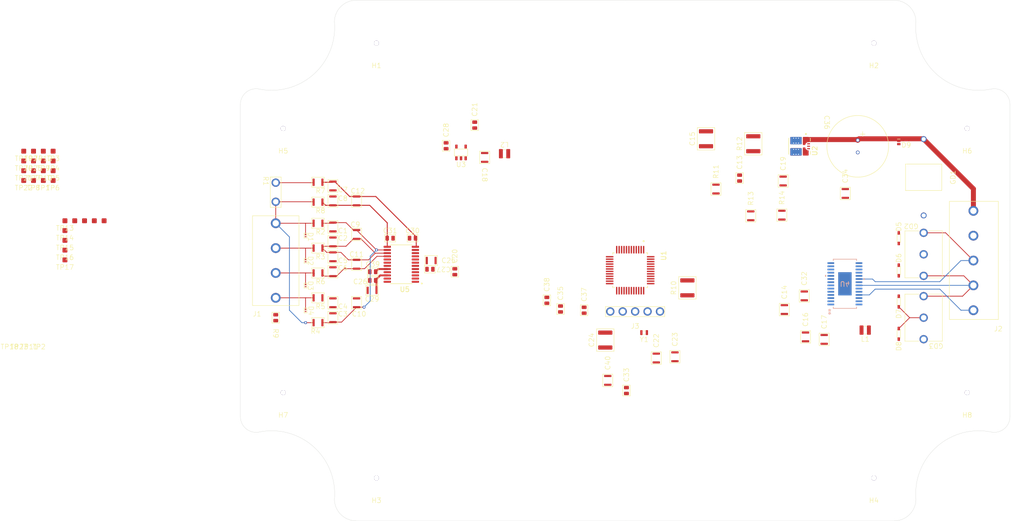
<source format=kicad_pcb>
(kicad_pcb (version 20241229) (generator "pcbnew") (generator_version "9.0")
  (layers (0 "F.Cu" signal) (2 "B.Cu" signal) (13 "F.Paste" user) (15 "B.Paste" user) (5 "F.SilkS" user "F.Silkscreen") (7 "B.SilkS" user "B.Silkscreen") (1 "F.Mask" user) (3 "B.Mask" user) (25 "Edge.Cuts" user))
  (net 0 "")
  (net 1 "DGND")
  (net 2 "/AIN5")
  (net 3 "/REFP")
  (net 4 "/REFN")
  (net 5 "12V_IN")
  (net 6 "/VCC")
  (net 7 "/CAP")
  (net 8 "/SW")
  (net 9 "/VIN")
  (net 10 "Net-(U2-VOS{slash}FB)")
  (net 11 "Net-(C20-Pad2)")
  (net 12 "Net-(C22-Pad1)")
  (net 13 "/OSC_IN")
  (net 14 "/OSC_OUT")
  (net 15 "/AVDD")
  (net 16 "Net-(U5-REGCAPD)")
  (net 17 "/VEE")
  (net 18 "Net-(C33-Pad2)")
  (net 19 "Net-(U5-REGCAPA)")
  (net 20 "/VOLT_B")
  (net 21 "/VOLT_C")
  (net 22 "/VOLT_D")
  (net 23 "/VOLT_A")
  (net 24 "/DP{slash}TX1")
  (net 25 "/RX1")
  (net 26 "Net-(D9-A2)")
  (net 27 "/AIN4")
  (net 28 "/DN")
  (net 29 "/SWCLK")
  (net 30 "/SWDIO")
  (net 31 "/NRST")
  (net 32 "/AIN0")
  (net 33 "/BOOT0")
  (net 34 "Net-(U2-EN)")
  (net 35 "/USART1_RX")
  (net 36 "/USART1_TX")
  (net 37 "/SPI1_MOSI")
  (net 38 "/SPI1_MISO")
  (net 39 "/SPI1_SCK")
  (net 41 "/PB15")
  (net 42 "/PB12")
  (net 43 "/PB13")
  (net 51 "/PA12")
  (net 52 "/SPI1_NSS")
  (net 55 "/PA8")
  (net 60 "/PB14")
  (net 67 "/PA11")
  (net 73 "/AIN7")
  (net 75 "/AIN6")
  (footprint "My_footprints:Testpoint" (layer "F.Cu") (at 43.674 101.872)
    (property "Reference" "TP2")
    (property "Value" "TestPoint")
  )
  (footprint "My_footprints:0805" (layer "F.Cu") (at 186.676 117.2305)
    (property "Reference" "C32")
    (property "Value" "1u")
  )
  (footprint "My_footprints:0201" (layer "F.Cu") (at 84.822 115.134 90)
    (property "Reference" "D3")
    (property "Value" "TVS")
  )
  (footprint "My_footprints:Testpoint" (layer "F.Cu") (at 41.674 101.872)
    (property "Reference" "TP11")
    (property "Value" "TestPoint")
  )
  (footprint "My_footprints:0603" (layer "F.Cu") (at 98.538 112.286 90)
    (property "Reference" "C39")
    (property "Value" "100n")
  )
  (footprint "My_footprints:0603" (layer "F.Cu") (at 115.302 112.286)
    (property "Reference" "C20")
    (property "Value" "100n")
  )
  (footprint "My_footprints:Radial" (layer "F.Cu") (at 197.598 86.652 -90)
    (property "Reference" "C36")
    (property "Value" "100u,Al")
  )
  (footprint "footprints:VREG_TPSM861253RDXR" (layer "F.Cu") (at 185.66 86.632 -90)
    (property "Reference" "U2")
    (property "Value" "TPSM861257")
  )
  (footprint "My_footprints:0805" (layer "F.Cu") (at 121.398 88.918 180)
    (property "Reference" "C18")
    (property "Value" "100n, 5%")
  )
  (footprint "My_footprints:Hole 0.125 inch 3.175 mm" (layer "F.Cu") (at 99.3 154.45)
    (property "Reference" "H3")
    (property "Value" "MountingHole")
  )
  (footprint "My_footprints:0805" (layer "F.Cu") (at 95.236 97.808 180)
    (property "Reference" "C12")
    (property "Value" "100n, 5%")
  )
  (footprint "My_footprints:Testpoint" (layer "F.Cu") (at 35.674 105.872)
    (property "Reference" "TP15")
    (property "Value" "TestPoint")
  )
  (footprint "footprints:SOP65P640X120-24N" (layer "F.Cu") (at 104.38 110.762 180)
    (property "Reference" "U5")
    (property "Value" "AD7124-4")
  )
  (footprint "My_footprints:0201" (layer "F.Cu") (at 84.822 104.92 90)
    (property "Reference" "D1")
    (property "Value" "TVS")
  )
  (footprint "My_footprints:0805" (layer "F.Cu") (at 95.236 118.636)
    (property "Reference" "C10")
    (property "Value" "100n, 5%")
  )
  (footprint "My_footprints:Hole 0.125 inch 3.175 mm" (layer "F.Cu") (at 200.9 65.55)
    (property "Reference" "H2")
    (property "Value" "MountingHole")
  )
  (footprint "My_footprints:Terminal 1x4" (layer "F.Cu") (at 78.726 110 90)
    (property "Reference" "J1")
    (property "Value" "Screw_Terminal_01x04")
  )
  (footprint "My_footprints:Testpoint" (layer "F.Cu") (at 29.26 89.64)
    (property "Reference" "TP25")
    (property "Value" "TestPoint")
  )
  (footprint "My_footprints:0603" (layer "F.Cu") (at 119.366 82.314)
    (property "Reference" "C21")
    (property "Value" "100n")
  )
  (footprint "My_footprints:0805" (layer "F.Cu") (at 87.362 98.062 90)
    (property "Reference" "R8")
    (property "Value" "330")
  )
  (footprint "My_footprints:Testpoint" (layer "F.Cu") (at 27.26 89.64)
    (property "Reference" "TP20")
    (property "Value" "TestPoint")
  )
  (footprint "My_footprints:0603" (layer "F.Cu") (at 113.524 86.54)
    (property "Reference" "C28")
    (property "Value" "100n")
  )
  (footprint "My_footprints:Resistor_THT" (layer "F.Cu") (at 78.726 96.03 -90)
    (property "Reference" "R1")
    (property "Value" "5k")
  )
  (footprint "My_footprints:0805" (layer "F.Cu") (at 186.93 125.6125)
    (property "Reference" "C16")
    (property "Value" "1u")
  )
  (footprint "My_footprints:Hole 0.125 inch 3.175 mm" (layer "F.Cu") (at 99.3 65.55)
    (property "Reference" "H1")
    (property "Value" "MountingHole")
  )
  (footprint "My_footprints:0805" (layer "F.Cu") (at 90.41 97.808 180)
    (property "Reference" "C8")
    (property "Value" "10n")
  )
  (footprint "My_footprints:GDT 3 pin" (layer "F.Cu") (at 211.06 108.73 90)
    (property "Reference" "GD2")
    (property "Value" "GDT_3Pin")
  )
  (footprint "My_footprints:SOD23" (layer "F.Cu") (at 205.98 112.032 -90)
    (property "Reference" "D6")
    (property "Value" "PJGBLC08C")
  )
  (footprint "My_footprints:0805" (layer "F.Cu") (at 90.41 103.142 180)
    (property "Reference" "C1")
    (property "Value" "10n")
  )
  (footprint "My_footprints:0805" (layer "F.Cu") (at 90.41 118.636)
    (property "Reference" "C4")
    (property "Value" "10n")
  )
  (footprint "My_footprints:0603" (layer "F.Cu") (at 98.538 114.064 90)
    (property "Reference" "C26")
    (property "Value" "100n")
  )
  (footprint "My_footprints:SOT-23-5" (layer "F.Cu") (at 116.572 89.102)
    (property "Reference" "U3")
    (property "Value" "S-1132B33")
  )
  (footprint "My_footprints:Testpoint" (layer "F.Cu") (at 35.674 109.872)
    (property "Reference" "TP17")
    (property "Value" "TestPoint")
  )
  (footprint "My_footprints:0603" (layer "F.Cu") (at 110.222 111.778 -90)
    (property "Reference" "C27")
    (property "Value" "100n")
  )
  (footprint "My_footprints:0603" (layer "F.Cu") (at 134.098 118.128)
    (property "Reference" "C38")
    (property "Value" "100n")
  )
  (footprint "My_footprints:0603" (layer "F.Cu") (at 106.666 105.428 90)
    (property "Reference" "C30")
    (property "Value" "100n")
  )
  (footprint "My_footprints:0805" (layer "F.Cu") (at 90.41 94.76 180)
    (property "Reference" "C7")
    (property "Value" "10n")
  )
  (footprint "My_footprints:Hole 0.125 inch 3.175 mm" (layer "F.Cu") (at 219.95 137.0002)
    (property "Reference" "H8")
    (property "Value" "MountingHole")
  )
  (footprint "My_footprints:0805" (layer "F.Cu") (at 87.362 107.46 90)
    (property "Reference" "R3")
    (property "Value" "330")
  )
  (footprint "My_footprints:0805" (layer "F.Cu") (at 156.45 129.9305)
    (property "Reference" "C22")
    (property "Value" "C")
  )
  (footprint "My_footprints:0805" (layer "F.Cu") (at 90.41 106.19 180)
    (property "Reference" "C2")
    (property "Value" "10n")
  )
  (footprint "My_footprints:Testpoint" (layer "F.Cu") (at 33.26 87.64)
    (property "Reference" "TP3")
    (property "Value" "TestPoint")
  )
  (footprint "My_footprints:0603" (layer "F.Cu") (at 150.354 136.578)
    (property "Reference" "C33")
    (property "Value" "100n")
  )
  (footprint "My_footprints:0603" (layer "F.Cu") (at 136.892 119.906)
    (property "Reference" "C35")
    (property "Value" "100n")
  )
  (footprint "My_footprints:0805" (layer "F.Cu") (at 87.362 117.62 90)
    (property "Reference" "R5")
    (property "Value" "330")
  )
  (footprint "My_footprints:0805" (layer "F.Cu") (at 87.362 93.998 90)
    (property "Reference" "R7")
    (property "Value" "330")
  )
  (footprint "My_footprints:Hole 0.125 inch 3.175 mm" (layer "F.Cu") (at 80.25 82.9998)
    (property "Reference" "H5")
    (property "Value" "MountingHole")
  )
  (footprint "My_footprints:Testpoint" (layer "F.Cu") (at 33.26 93.64)
    (property "Reference" "TP6")
    (property "Value" "TestPoint")
  )
  (footprint "My_footprints:0805" (layer "F.Cu") (at 98.4025 116.096 90)
    (property "Reference" "C29")
    (property "Value" "1u,Ta")
  )
  (footprint "My_footprints:0805" (layer "F.Cu") (at 90.41 109.238 180)
    (property "Reference" "C5")
    (property "Value" "10n")
  )
  (footprint "My_footprints:Testpoint" (layer "F.Cu") (at 29.26 93.64)
    (property "Reference" "TP8")
    (property "Value" "TestPoint")
  )
  (footprint "My_footprints:0805" (layer "F.Cu") (at 190.74 126.1205)
    (property "Reference" "C17")
    (property "Value" "220n")
  )
  (footprint "My_footprints:Hole 0.125 inch 3.175 mm" (layer "F.Cu") (at 200.9 154.45)
    (property "Reference" "H4")
    (property "Value" "MountingHole")
  )
  (footprint "My_footprints:0603" (layer "F.Cu") (at 173.468 93.144)
    (property "Reference" "C13")
    (property "Value" "100n")
  )
  (footprint "My_footprints:0201" (layer "F.Cu") (at 84.822 120.214 90)
    (property "Reference" "D4")
    (property "Value" "TVS")
  )
  (footprint "My_footprints:0805" (layer "F.Cu") (at 160.26 129.6765)
    (property "Reference" "C23")
    (property "Value" "C")
  )
  (footprint "My_footprints:GDT 3 pin" (layer "F.Cu") (at 211.06 121.684 90)
    (property "Reference" "GD3")
    (property "Value" "GDT_3Pin")
  )
  (footprint "My_footprints:0201" (layer "F.Cu") (at 84.822 110.054 90)
    (property "Reference" "D2")
    (property "Value" "TVS")
  )
  (footprint "My_footprints:GDT 2 pin" (layer "F.Cu") (at 211.06 92.982 90)
    (property "Reference" "GD1")
    (property "Value" "2049-23")
  )
  (footprint "My_footprints:Testpoint" (layer "F.Cu") (at 35.674 107.872)
    (property "Reference" "TP16")
    (property "Value" "TestPoint")
  )
  (footprint "My_footprints:0603" (layer "F.Cu") (at 102.094 105.428 -90)
    (property "Reference" "C31")
    (property "Value" "100n")
  )
  (footprint "My_footprints:0805" (layer "F.Cu") (at 182.358 93.744)
    (property "Reference" "C19")
    (property "Value" "22pF")
  )
  (footprint "My_footprints:0805" (layer "F.Cu") (at 87.362 122.7 90)
    (property "Reference" "R4")
    (property "Value" "330")
  )
  (footprint "My_footprints:Testpoint" (layer "F.Cu") (at 33.26 89.64)
    (property "Reference" "TP4")
    (property "Value" "TestPoint")
  )
  (footprint "My_footprints:1206" (layer "F.Cu") (at 146.036 126.256)
    (property "Reference" "C24")
    (property "Value" "22uF")
  )
  (footprint "My_footprints:Testpoint" (layer "F.Cu") (at 35.674 101.872)
    (property "Reference" "TP13")
    (property "Value" "TestPoint")
  )
  (footprint "My_footprints:Testpoint" (layer "F.Cu") (at 37.674 101.872)
    (property "Reference" "TP18")
    (property "Value" "TestPoint")
  )
  (footprint "My_footprints:SOD23" (layer "F.Cu") (at 205.98 118.382 -90)
    (property "Reference" "D7")
    (property "Value" "PJGBLC08C")
  )
  (footprint "My_footprints:0805" (layer "F.Cu") (at 95.236 104.666 180)
    (property "Reference" "C9")
    (property "Value" "100n, 5%")
  )
  (footprint "My_footprints:0806" (layer "F.Cu") (at 199.122 124.224)
    (property "Reference" "L1")
    (property "Value" "10u")
  )
  (footprint "My_footprints:Testpoint" (layer "F.Cu") (at 39.674 101.872)
    (property "Reference" "TP23")
    (property "Value" "TestPoint")
  )
  (footprint "My_footprints:0805" (layer "F.Cu") (at 182.612 120.0245)
    (property "Reference" "C14")
    (property "Value" "2.2u")
  )
  (footprint "My_footprints:0805" (layer "F.Cu") (at 146.544 134.5025)
    (property "Reference" "C40")
    (property "Value" "4.7u")
  )
  (footprint "My_footprints:1206" (layer "F.Cu") (at 166.61 85.108)
    (property "Reference" "C15")
    (property "Value" "10u")
  )
  (footprint "My_footprints:1210" (layer "F.Cu") (at 153.967 124.732)
    (property "Reference" "Y1")
    (property "Value" "Crystal")
  )
  (footprint "My_footprints:Terminal 1x5" (layer "F.Cu") (at 221.22 110 90)
    (property "Reference" "J2")
    (property "Value" "Screw_Terminal_01x05")
  )
  (footprint "My_footprints:0805" (layer "F.Cu") (at 168.642 95.3865)
    (property "Reference" "R11")
    (property "Value" "30k")
  )
  (footprint "My_footprints:0805" (layer "F.Cu") (at 87.362 102.38 90)
    (property "Reference" "R2")
    (property "Value" "330")
  )
  (footprint "My_footprints:0805" (layer "F.Cu") (at 90.41 112.286 180)
    (property "Reference" "C6")
    (property "Value" "10n")
  )
  (footprint "My_footprints:Header 1x5" (layer "F.Cu") (at 152.132 120.414)
    (property "Reference" "J3")
    (property "Value" "Header 1x5")
  )
  (footprint "My_footprints:0805" (layer "F.Cu") (at 87.362 112.54 90)
    (property "Reference" "R6")
    (property "Value" "330")
  )
  (footprint "My_footprints:Testpoint" (layer "F.Cu") (at 33.26 91.64)
    (property "Reference" "TP5")
    (property "Value" "TestPoint")
  )
  (footprint "My_footprints:Hole 0.125 inch 3.175 mm" (layer "F.Cu") (at 80.25 137.0002)
    (property "Reference" "H7")
    (property "Value" "MountingHole")
  )
  (footprint "My_footprints:0805" (layer "F.Cu") (at 175.754 100.856)
    (property "Reference" "R13")
    (property "Value" "30k")
  )
  (footprint "My_footprints:Hole 0.125 inch 3.175 mm" (layer "F.Cu") (at 219.95 82.9998)
    (property "Reference" "H6")
    (property "Value" "MountingHole")
  )
  (footprint "My_footprints:Testpoint" (layer "F.Cu") (at 27.26 93.64)
    (property "Reference" "TP22")
    (property "Value" "TestPoint")
  )
  (footprint "My_footprints:Testpoint" (layer "F.Cu") (at 29.26 91.64)
    (property "Reference" "TP7")
    (property "Value" "TestPoint")
  )
  (footprint "My_footprints:0805" (layer "F.Cu") (at 195.058 96.284)
    (property "Reference" "C34")
    (property "Value" "10u")
  )
  (footprint "My_footprints:2-XDFN" (layer "F.Cu") (at 205.98 85.87 -90)
    (property "Reference" "D9")
    (property "Value" "TVS")
  )
  (footprint "My_footprints:SOD23" (layer "F.Cu") (at 205.98 124.986 -90)
    (property "Reference" "D8")
    (property "Value" "PJGBLC08C")
  )
  (footprint "My_footprints:Testpoint" (layer "F.Cu") (at 29.26 87.64)
    (property "Reference" "TP24")
    (property "Value" "TestPoint")
  )
  (footprint "My_footprints:0603" (layer "F.Cu") (at 141.718 120.16)
    (property "Reference" "C37")
    (property "Value" "100n")
  )
  (footprint "My_footprints:SOD23" (layer "F.Cu") (at 205.98 105.428 -90)
    (property "Reference" "D5")
    (property "Value" "PJGBLC08C")
  )
  (footprint "My_footprints:Testpoint" (layer "F.Cu") (at 35.674 103.872)
    (property "Reference" "TP14")
    (property "Value" "TestPoint")
  )
  (footprint "My_footprints:Testpoint" (layer "F.Cu") (at 27.26 87.64)
    (property "Reference" "TP19")
    (property "Value" "TestPoint")
  )
  (footprint "My_footprints:1206" (layer "F.Cu") (at 162.8 115.588)
    (property "Reference" "R10")
    (property "Value" "10k")
  )
  (footprint "My_footprints:Testpoint" (layer "F.Cu") (at 27.26 91.64)
    (property "Reference" "TP21")
    (property "Value" "TestPoint")
  )
  (footprint "My_footprints:Testpoint" (layer "F.Cu") (at 31.26 91.64)
    (property "Reference" "TP10")
    (property "Value" "TestPoint")
  )
  (footprint "My_footprints:0806" (layer "F.Cu") (at 125.462 88.156 180)
    (property "Reference" "L2")
    (property "Value" "10u")
  )
  (footprint "My_footprints:0805" (layer "F.Cu") (at 110.476 110 -90)
    (property "Reference" "C25")
    (property "Value" "1u,Ta")
  )
  (footprint "My_footprints:Testpoint" (layer "F.Cu") (at 31.26 89.64)
    (property "Reference" "TP9")
    (property "Value" "TestPoint")
  )
  (footprint "My_footprints:0805" (layer "F.Cu") (at 95.236 110.762 180)
    (property "Reference" "C11")
    (property "Value" "100n, 5%")
  )
  (footprint "My_footprints:0805" (layer "F.Cu") (at 90.41 121.684)
    (property "Reference" "C3")
    (property "Value" "10n")
  )
  (footprint "My_footprints:Testpoint" (layer "F.Cu") (at 31.26 93.64)
    (property "Reference" "TP1")
    (property "Value" "TestPoint")
  )
  (footprint "My_footprints:0805" (layer "F.Cu") (at 182.104 100.7205)
    (property "Reference" "R14")
    (property "Value" "6.2k")
  )
  (footprint "My_footprints:1206" (layer "F.Cu") (at 176.262 86.124)
    (property "Reference" "R12")
    (property "Value" "10k")
  )
  (footprint "footprints:QFP50P900X900X160-48N" (layer "F.Cu") (at 151.116 111.9715 -90)
    (property "Reference" "U1")
    (property "Value" "STM32G491CETx")
  )
  (footprint "My_footprints:0603" (layer "F.Cu") (at 78.726 121.684 180)
    (property "Reference" "R9")
    (property "Value" "100")
  )
  (footprint "My_footprints:Testpoint" (layer "F.Cu") (at 31.26 87.64)
    (property "Reference" "TP12")
    (property "Value" "TestPoint")
  )
  (footprint "footprints:TSSOP-28_FE&slash_EB_LIT" (layer "B.Cu") (at 194.97672 114.75488)
    (property "Reference" "U4")
    (property "Value" "LTC2870")
  )
  (gr_line (start 71.5124 110) (end 71.5124 141.877) (stroke (width 0.05)) (layer "Edge.Cuts"))
  (gr_line (start 150.1 56.7616) (end 95.1598 56.7616) (stroke (width 0.05)) (layer "Edge.Cuts"))
  (gr_arc (start 205.0402 56.787) (mid 208.18329 58.08891) (end 209.4852 61.232) (stroke (width 0.05)) (layer "Edge.Cuts"))
  (gr_line (start 228.6876 110) (end 228.6876 141.877) (stroke (width 0.05)) (layer "Edge.Cuts"))
  (gr_line (start 150.1 163.2384) (end 95.1598 163.2384) (stroke (width 0.05)) (layer "Edge.Cuts"))
  (gr_line (start 71.5124 110) (end 71.5124 78.123) (stroke (width 0.05)) (layer "Edge.Cuts"))
  (gr_line (start 228.6876 110) (end 228.6876 78.123) (stroke (width 0.05)) (layer "Edge.Cuts"))
  (gr_arc (start 209.4852 158.768) (mid 208.18329 161.91109) (end 205.0402 163.213) (stroke (width 0.05)) (layer "Edge.Cuts"))
  (gr_arc (start 90.7148 61.232) (mid 86.184162 72.169942) (end 75.246227 74.9226) (stroke (width 0.05)) (layer "Edge.Cuts"))
  (gr_arc (start 228.6876 141.877) (mid 227.701444 144.230736) (end 224.9538 145.0774) (stroke (width 0.05)) (layer "Edge.Cuts"))
  (gr_arc (start 224.9538 74.9226) (mid 227.569306 75.649439) (end 228.6876 78.123) (stroke (width 0.05)) (layer "Edge.Cuts"))
  (gr_arc (start 224.953773 74.9226) (mid 213.778592 71.965059) (end 209.4852 61.232) (stroke (width 0.05)) (layer "Edge.Cuts"))
  (gr_arc (start 75.246227 145.0774) (mid 86.421408 148.034941) (end 90.7148 158.768) (stroke (width 0.05)) (layer "Edge.Cuts"))
  (gr_arc (start 71.5124 78.123) (mid 72.498556 75.769264) (end 75.2462 74.9226) (stroke (width 0.05)) (layer "Edge.Cuts"))
  (gr_arc (start 95.1598 163.213) (mid 92.01671 161.91109) (end 90.7148 158.768) (stroke (width 0.05)) (layer "Edge.Cuts"))
  (gr_line (start 150.1 163.2384) (end 205.0402 163.2384) (stroke (width 0.05)) (layer "Edge.Cuts"))
  (gr_arc (start 90.7148 61.232) (mid 92.01671 58.08891) (end 95.1598 56.787) (stroke (width 0.05)) (layer "Edge.Cuts"))
  (gr_arc (start 209.4852 158.768) (mid 214.015838 147.830058) (end 224.953773 145.0774) (stroke (width 0.05)) (layer "Edge.Cuts"))
  (gr_line (start 150.1 56.7616) (end 205.0402 56.7616) (stroke (width 0.05)) (layer "Edge.Cuts"))
  (gr_arc (start 75.2462 145.0774) (mid 72.630694 144.350561) (end 71.5124 141.877) (stroke (width 0.05)) (layer "Edge.Cuts"))
  (segment (start 211.06 121.684) (end 208.197 121.684) (width 0.1524) (layer "F.Cu") (net 1))
  (segment (start 208.197 121.684) (end 205.98 119.467) (width 0.1524) (layer "F.Cu") (net 1))
  (segment (start 205.98 123.901) (end 208.197 121.684) (width 0.1524) (layer "F.Cu") (net 1))
  (segment (start 97.6795 109.8645) (end 99.057 108.487) (width 0.1524) (layer "F.Cu") (net 2))
  (segment (start 88.2595 107.46) (end 88.632 107.0875) (width 0.1524) (layer "F.Cu") (net 2))
  (segment (start 96.1335 105.5635) (end 95.236 105.5635) (width 0.1524) (layer "F.Cu") (net 2))
  (segment (start 99.057 108.487) (end 96.1335 105.5635) (width 0.1524) (layer "F.Cu") (net 2))
  (segment (start 95.236 105.5635) (end 94.5925 105.5635) (width 0.1524) (layer "F.Cu") (net 2))
  (segment (start 101.51 108.487) (end 99.057 108.487) (width 0.1524) (layer "F.Cu") (net 2))
  (segment (start 88.632 107.0875) (end 90.41 107.0875) (width 0.1524) (layer "F.Cu") (net 2))
  (segment (start 88.2595 107.46) (end 89.14 108.3405) (width 0.1524) (layer "F.Cu") (net 2))
  (segment (start 92.0525 108.3405) (end 90.41 108.3405) (width 0.1524) (layer "F.Cu") (net 2))
  (segment (start 95.236 109.8645) (end 97.6795 109.8645) (width 0.1524) (layer "F.Cu") (net 2))
  (segment (start 91.2905 107.0875) (end 91.299 107.079) (width 0.1524) (layer "F.Cu") (net 2))
  (segment (start 91.2905 107.0875) (end 90.41 107.0875) (width 0.1524) (layer "F.Cu") (net 2))
  (segment (start 95.236 109.8645) (end 93.5765 109.8645) (width 0.1524) (layer "F.Cu") (net 2))
  (segment (start 91.299 107.079) (end 93.077 107.079) (width 0.1524) (layer "F.Cu") (net 2))
  (segment (start 94.474 105.682) (end 93.077 107.079) (width 0.1524) (layer "F.Cu") (net 2))
  (segment (start 94.5925 105.5635) (end 94.474 105.682) (width 0.1524) (layer "F.Cu") (net 2))
  (segment (start 93.5765 109.8645) (end 92.0525 108.3405) (width 0.1524) (layer "F.Cu") (net 2))
  (segment (start 89.14 108.3405) (end 90.41 108.3405) (width 0.1524) (layer "F.Cu") (net 2))
  (segment (start 90.41 93.8625) (end 90.7825 93.8625) (width 0.2) (layer "F.Cu") (net 3))
  (segment (start 90.2745 93.998) (end 90.41 93.8625) (width 0.2) (layer "F.Cu") (net 3))
  (segment (start 88.2595 93.998) (end 90.2745 93.998) (width 0.2) (layer "F.Cu") (net 3))
  (segment (start 107.428 107.009) (end 107.25 107.187) (width 0.2) (layer "F.Cu") (net 3))
  (segment (start 90.7825 93.8625) (end 93.8305 96.9105) (width 0.2) (layer "F.Cu") (net 3))
  (segment (start 93.8305 96.9105) (end 99.1645 96.9105) (width 0.2) (layer "F.Cu") (net 3))
  (segment (start 107.428 105.174) (end 107.428 107.009) (width 0.2) (layer "F.Cu") (net 3))
  (segment (start 99.1645 96.9105) (end 107.428 105.174) (width 0.2) (layer "F.Cu") (net 3))
  (segment (start 97.9115 98.7055) (end 101.51 102.304) (width 0.2) (layer "F.Cu") (net 4))
  (segment (start 101.51 102.304) (end 101.51 107.187) (width 0.2) (layer "F.Cu") (net 4))
  (segment (start 90.41 98.7055) (end 97.9115 98.7055) (width 0.2) (layer "F.Cu") (net 4))
  (segment (start 90.41 98.7055) (end 88.903 98.7055) (width 0.2) (layer "F.Cu") (net 4))
  (segment (start 88.903 98.7055) (end 88.2595 98.062) (width 0.2) (layer "F.Cu") (net 4))
  (segment (start 221.22 99.84) (end 221.22 95.342) (width 1.016) (layer "F.Cu") (net 5))
  (segment (start 197.4655 85.2695) (end 187.2515 85.2695) (width 1.016) (layer "F.Cu") (net 5))
  (segment (start 210.986 85.108) (end 197.892 85.108) (width 1.016) (layer "F.Cu") (net 5))
  (segment (start 197.598 85.402) (end 197.4655 85.2695) (width 1.016) (layer "F.Cu") (net 5))
  (segment (start 221.22 95.342) (end 211.06 85.182) (width 1.016) (layer "F.Cu") (net 5))
  (segment (start 197.892 85.108) (end 197.598 85.402) (width 1.016) (layer "F.Cu") (net 5))
  (segment (start 211.06 85.182) (end 210.986 85.108) (width 1.016) (layer "F.Cu") (net 5))
  (segment (start 99.3 113.81) (end 99.3 115.7235) (width 0.381) (layer "F.Cu") (net 15))
  (segment (start 101.51 113.037) (end 100.073 113.037) (width 0.381) (layer "F.Cu") (net 15))
  (segment (start 100.073 113.037) (end 99.3 113.81) (width 0.381) (layer "F.Cu") (net 15))
  (segment (start 101.51 111.737) (end 99.687 111.737) (width 0.381) (layer "F.Cu") (net 19))
  (segment (start 99.687 111.737) (end 99.138 112.286) (width 0.381) (layer "F.Cu") (net 19))
  (segment (start 84.822 107.46) (end 86.4645 107.46) (width 0.1524) (layer "F.Cu") (net 20))
  (segment (start 78.726 107.46) (end 84.822 107.46) (width 0.1524) (layer "F.Cu") (net 20))
  (segment (start 84.822 109.854) (end 84.822 107.46) (width 0.1524) (layer "F.Cu") (net 20))
  (segment (start 84.822 114.934) (end 84.822 112.54) (width 0.1524) (layer "F.Cu") (net 21))
  (segment (start 86.4645 112.54) (end 84.822 112.54) (width 0.1524) (layer "F.Cu") (net 21))
  (segment (start 86.6 112.794) (end 86.6 112.6755) (width 0.1524) (layer "F.Cu") (net 21))
  (segment (start 84.822 112.54) (end 78.726 112.54) (width 0.1524) (layer "F.Cu") (net 21))
  (segment (start 86.6 112.6755) (end 86.4645 112.54) (width 0.1524) (layer "F.Cu") (net 21))
  (segment (start 84.822 120.014) (end 84.822 117.62) (width 0.1524) (layer "F.Cu") (net 22))
  (segment (start 78.726 117.62) (end 84.822 117.62) (width 0.1524) (layer "F.Cu") (net 22))
  (segment (start 84.822 117.62) (end 86.4645 117.62) (width 0.1524) (layer "F.Cu") (net 22))
  (segment (start 86.3825 97.98) (end 86.4645 98.062) (width 0.1524) (layer "F.Cu") (net 23))
  (segment (start 78.726 102.38) (end 84.822 102.38) (width 0.1524) (layer "F.Cu") (net 23))
  (segment (start 84.822 102.38) (end 86.4645 102.38) (width 0.1524) (layer "F.Cu") (net 23))
  (segment (start 84.822 104.72) (end 84.822 102.38) (width 0.1524) (layer "F.Cu") (net 23))
  (segment (start 84.822 122.7) (end 86.4645 122.7) (width 0.1524) (layer "F.Cu") (net 23))
  (segment (start 78.726 97.98) (end 86.3825 97.98) (width 0.1524) (layer "F.Cu") (net 23))
  (segment (start 78.726 97.98) (end 78.726 102.38) (width 0.1524) (layer "F.Cu") (net 23))
  (via (at 84.822 122.7) (size 0.6) (drill 0.3) (layers "F.Cu" "B.Cu") (net 23))
  (segment (start 81.52 105.174) (end 78.726 102.38) (width 0.1524) (layer "B.Cu") (net 23))
  (segment (start 84.822 122.7) (end 84.06 122.7) (width 0.1524) (layer "B.Cu") (net 23))
  (segment (start 81.52 120.16) (end 81.52 105.174) (width 0.1524) (layer "B.Cu") (net 23))
  (segment (start 84.06 122.7) (end 81.52 120.16) (width 0.1524) (layer "B.Cu") (net 23))
  (segment (start 221.22 115.08) (end 219.016 117.284) (width 0.1524) (layer "F.Cu") (net 24))
  (segment (start 219.27 113.13) (end 211.06 113.13) (width 0.1524) (layer "F.Cu") (net 24))
  (segment (start 221.22 115.08) (end 219.27 113.13) (width 0.1524) (layer "F.Cu") (net 24))
  (segment (start 219.016 117.284) (end 211.06 117.284) (width 0.1524) (layer "F.Cu") (net 24))
  (segment (start 221.22 115.08) (end 197.852 115.08) (width 0.1524) (layer "B.Cu") (net 24))
  (segment (start 218.68 120.16) (end 221.22 120.16) (width 0.1524) (layer "B.Cu") (net 25))
  (segment (start 199.96528 117.03072) (end 201.154 115.842) (width 0.1524) (layer "B.Cu") (net 25))
  (segment (start 197.852 117.03072) (end 199.96528 117.03072) (width 0.1524) (layer "B.Cu") (net 25))
  (segment (start 214.362 115.842) (end 218.68 120.16) (width 0.1524) (layer "B.Cu") (net 25))
  (segment (start 201.154 115.842) (end 214.362 115.842) (width 0.1524) (layer "B.Cu") (net 25))
  (segment (start 90.664 102.38) (end 88.2595 102.38) (width 0.1524) (layer "F.Cu") (net 27))
  (segment (start 90.41 122.5815) (end 92.188 122.5815) (width 0.1524) (layer "F.Cu") (net 27))
  (segment (start 93.0685 102.2445) (end 94.5925 103.7685) (width 0.1524) (layer "F.Cu") (net 27))
  (segment (start 94.5925 103.7685) (end 95.236 103.7685) (width 0.1524) (layer "F.Cu") (net 27))
  (segment (start 99.3045 107.837) (end 95.236 103.7685) (width 0.1524) (layer "F.Cu") (net 27))
  (segment (start 95.236 119.5335) (end 96.76 119.5335) (width 0.1524) (layer "F.Cu") (net 27))
  (segment (start 90.41 102.2445) (end 93.0685 102.2445) (width 0.1524) (layer "F.Cu") (net 27))
  (segment (start 101.51 107.837) (end 99.3045 107.837) (width 0.1524) (layer "F.Cu") (net 27))
  (segment (start 92.188 122.5815) (end 95.236 119.5335) (width 0.1524) (layer "F.Cu") (net 27))
  (segment (start 88.2595 122.7) (end 90.2915 122.7) (width 0.1524) (layer "F.Cu") (net 27))
  (segment (start 90.2915 122.7) (end 90.41 122.5815) (width 0.1524) (layer "F.Cu") (net 27))
  (via (at 96.76 119.5335) (size 0.6) (drill 0.3) (layers "F.Cu" "B.Cu") (net 27))
  (via (at 99.3045 107.837) (size 0.6) (drill 0.3) (layers "F.Cu" "B.Cu") (net 27))
  (segment (start 98.03 109.111) (end 99.304 107.837) (width 0.1524) (layer "B.Cu") (net 27))
  (segment (start 99.304 107.837) (end 99.3045 107.837) (width 0.1524) (layer "B.Cu") (net 27))
  (segment (start 96.76 119.5335) (end 98.03 118.2635) (width 0.1524) (layer "B.Cu") (net 27))
  (segment (start 98.03 118.2635) (end 98.03 109.111) (width 0.1524) (layer "B.Cu") (net 27))
  (segment (start 221.22 110) (end 215.55 104.33) (width 0.1524) (layer "F.Cu") (net 28))
  (segment (start 215.55 104.33) (end 211.06 104.33) (width 0.1524) (layer "F.Cu") (net 28))
  (segment (start 201.154 114.318) (end 200.61552 113.77952) (width 0.1524) (layer "B.Cu") (net 28))
  (segment (start 200.61552 113.77952) (end 197.852 113.77952) (width 0.1524) (layer "B.Cu") (net 28))
  (segment (start 218.68 110) (end 214.362 114.318) (width 0.1524) (layer "B.Cu") (net 28))
  (segment (start 214.362 114.318) (end 201.154 114.318) (width 0.1524) (layer "B.Cu") (net 28))
  (segment (start 221.22 110) (end 218.68 110) (width 0.1524) (layer "B.Cu") (net 28))
  (segment (start 86.3825 94.08) (end 78.726 94.08) (width 0.1524) (layer "F.Cu") (net 32))
  (segment (start 86.4645 93.998) (end 86.3825 94.08) (width 0.1524) (layer "F.Cu") (net 32))
  (segment (start 95.236 111.6595) (end 96.8785 111.6595) (width 0.1524) (layer "F.Cu") (net 75))
  (segment (start 96.8785 111.6595) (end 99.401 109.137) (width 0.1524) (layer "F.Cu") (net 75))
  (segment (start 99.401 109.137) (end 101.51 109.137) (width 0.1524) (layer "F.Cu") (net 75))
  (segment (start 88.2595 112.794) (end 88.649 113.1835) (width 0.1524) (layer "F.Cu") (net 75))
  (segment (start 91.172 113.1835) (end 92.696 111.6595) (width 0.1524) (layer "F.Cu") (net 75))
  (segment (start 88.649 113.1835) (end 90.41 113.1835) (width 0.1524) (layer "F.Cu") (net 75))
  (segment (start 92.696 111.6595) (end 92.95 111.4055) (width 0.1524) (layer "F.Cu") (net 75))
  (segment (start 95.236 111.6595) (end 92.696 111.6595) (width 0.1524) (layer "F.Cu") (net 75))
  (segment (start 90.41 113.1835) (end 91.172 113.1835) (width 0.1524) (layer "F.Cu") (net 75))
)
</source>
